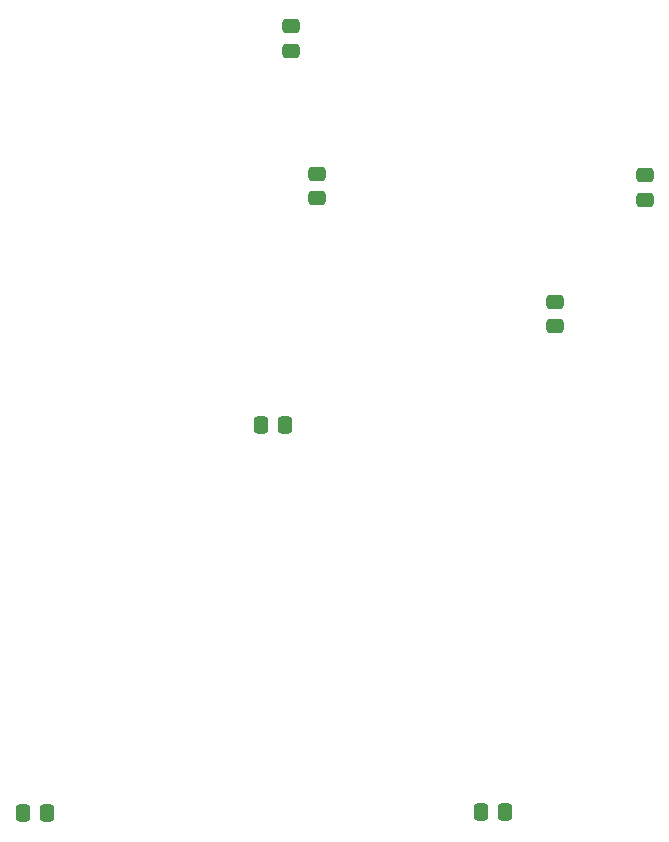
<source format=gbr>
%TF.GenerationSoftware,KiCad,Pcbnew,8.0.3*%
%TF.CreationDate,2024-07-15T19:17:30+01:00*%
%TF.ProjectId,OPD-Computer-One-Disk-Interface,4f50442d-436f-46d7-9075-7465722d4f6e,rev?*%
%TF.SameCoordinates,Original*%
%TF.FileFunction,Paste,Bot*%
%TF.FilePolarity,Positive*%
%FSLAX46Y46*%
G04 Gerber Fmt 4.6, Leading zero omitted, Abs format (unit mm)*
G04 Created by KiCad (PCBNEW 8.0.3) date 2024-07-15 19:17:30*
%MOMM*%
%LPD*%
G01*
G04 APERTURE LIST*
G04 Aperture macros list*
%AMRoundRect*
0 Rectangle with rounded corners*
0 $1 Rounding radius*
0 $2 $3 $4 $5 $6 $7 $8 $9 X,Y pos of 4 corners*
0 Add a 4 corners polygon primitive as box body*
4,1,4,$2,$3,$4,$5,$6,$7,$8,$9,$2,$3,0*
0 Add four circle primitives for the rounded corners*
1,1,$1+$1,$2,$3*
1,1,$1+$1,$4,$5*
1,1,$1+$1,$6,$7*
1,1,$1+$1,$8,$9*
0 Add four rect primitives between the rounded corners*
20,1,$1+$1,$2,$3,$4,$5,0*
20,1,$1+$1,$4,$5,$6,$7,0*
20,1,$1+$1,$6,$7,$8,$9,0*
20,1,$1+$1,$8,$9,$2,$3,0*%
G04 Aperture macros list end*
%ADD10RoundRect,0.250000X0.475000X-0.337500X0.475000X0.337500X-0.475000X0.337500X-0.475000X-0.337500X0*%
%ADD11RoundRect,0.250000X0.337500X0.475000X-0.337500X0.475000X-0.337500X-0.475000X0.337500X-0.475000X0*%
%ADD12RoundRect,0.250000X-0.337500X-0.475000X0.337500X-0.475000X0.337500X0.475000X-0.337500X0.475000X0*%
G04 APERTURE END LIST*
D10*
%TO.C,CD7*%
X93300000Y-38800000D03*
X93300000Y-36725000D03*
%TD*%
%TO.C,CD6*%
X115650000Y-62100000D03*
X115650000Y-60025000D03*
%TD*%
%TO.C,CD4*%
X95450000Y-51287500D03*
X95450000Y-49212500D03*
%TD*%
%TO.C,CD5*%
X123200000Y-51400000D03*
X123200000Y-49325000D03*
%TD*%
D11*
%TO.C,CD2*%
X92787500Y-70450000D03*
X90712500Y-70450000D03*
%TD*%
%TO.C,CD1*%
X111387500Y-103250000D03*
X109312500Y-103250000D03*
%TD*%
D12*
%TO.C,CD3*%
X70562500Y-103350000D03*
X72637500Y-103350000D03*
%TD*%
M02*

</source>
